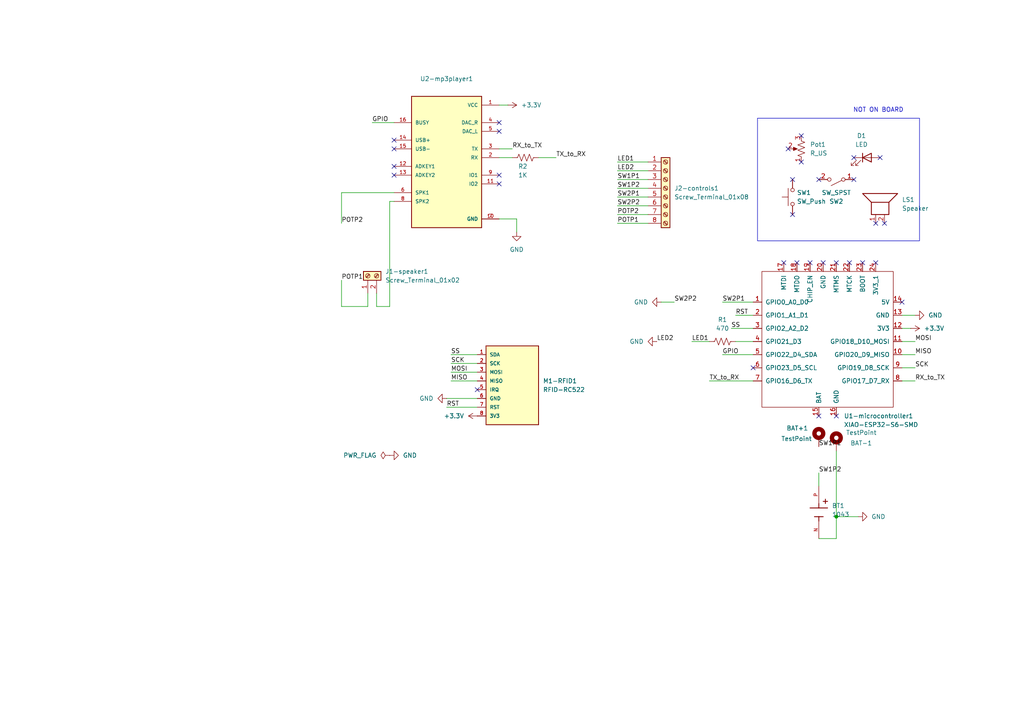
<source format=kicad_sch>
(kicad_sch (version 20231120) (generator "eeschema") (generator_version "8.0")
  (paper "A4")
  (lib_symbols
    (symbol "1043:1043" (pin_names (offset 1.016))
      (property "Reference" "BT" (at -3.81 3.81 0))
      (property "Value" "1043" (at -3.81 -5.08 0))
      (symbol "1043_0_0"
        (polyline (pts (xy -3.81 1.905) (xy -2.54 1.905)) (stroke (width 0.254)))
        (polyline (pts (xy -3.175 2.54) (xy -3.175 1.27)) (stroke (width 0.254)))
        (polyline (pts (xy -1.27 0) (xy -2.54 0)) (stroke (width 0.254)))
        (polyline (pts (xy -1.27 0) (xy -1.27 -2.54)) (stroke (width 0.254)))
        (polyline (pts (xy -1.27 2.54) (xy -1.27 0)) (stroke (width 0.254)))
        (polyline (pts (xy 1.27 0) (xy 1.27 -1.27)) (stroke (width 0.254)))
        (polyline (pts (xy 1.27 0) (xy 2.54 0)) (stroke (width 0.254)))
        (polyline (pts (xy 1.27 1.27) (xy 1.27 0)) (stroke (width 0.254)))
        (pin passive line (at 7.62 0 180) (length 5.08) (name "~") (number "N"))
        (pin passive line (at -7.62 0 0) (length 5.08) (name "~") (number "P"))
      )
    )
    (symbol "Connector:Screw_Terminal_01x02" (pin_names (offset 1.016) hide)
      (property "Reference" "J" (at 0 2.54 0))
      (property "Value" "Screw_Terminal_01x02" (at 0 -5.08 0))
      (symbol "Screw_Terminal_01x02_1_1"
        (rectangle (start -1.27 1.27) (end 1.27 -3.81) (stroke (width 0.254)) (fill (type background)))
        (circle (center 0 -2.54) (radius 0.635) (stroke (width 0.1524)))
        (polyline (pts (xy -0.5334 -2.2098) (xy 0.3302 -3.048)) (stroke (width 0.1524)))
        (polyline (pts (xy -0.5334 0.3302) (xy 0.3302 -0.508)) (stroke (width 0.1524)))
        (polyline (pts (xy -0.3556 -2.032) (xy 0.508 -2.8702)) (stroke (width 0.1524)))
        (polyline (pts (xy -0.3556 0.508) (xy 0.508 -0.3302)) (stroke (width 0.1524)))
        (circle (center 0 0) (radius 0.635) (stroke (width 0.1524)))
        (pin passive line (at -5.08 0 0) (length 3.81) (name "Pin_1") (number "1"))
        (pin passive line (at -5.08 -2.54 0) (length 3.81) (name "Pin_2") (number "2"))
      )
    )
    (symbol "Connector:Screw_Terminal_01x08" (pin_names (offset 1.016) hide)
      (property "Reference" "J" (at 0 10.16 0))
      (property "Value" "Screw_Terminal_01x08" (at 0 -12.7 0))
      (symbol "Screw_Terminal_01x08_1_1"
        (rectangle (start -1.27 8.89) (end 1.27 -11.43) (stroke (width 0.254)) (fill (type background)))
        (circle (center 0 -10.16) (radius 0.635) (stroke (width 0.1524)))
        (circle (center 0 -7.62) (radius 0.635) (stroke (width 0.1524)))
        (circle (center 0 -5.08) (radius 0.635) (stroke (width 0.1524)))
        (circle (center 0 -2.54) (radius 0.635) (stroke (width 0.1524)))
        (polyline (pts (xy -0.5334 -9.8298) (xy 0.3302 -10.668)) (stroke (width 0.1524)))
        (polyline (pts (xy -0.5334 -7.2898) (xy 0.3302 -8.128)) (stroke (width 0.1524)))
        (polyline (pts (xy -0.5334 -4.7498) (xy 0.3302 -5.588)) (stroke (width 0.1524)))
        (polyline (pts (xy -0.5334 -2.2098) (xy 0.3302 -3.048)) (stroke (width 0.1524)))
        (polyline (pts (xy -0.5334 0.3302) (xy 0.3302 -0.508)) (stroke (width 0.1524)))
        (polyline (pts (xy -0.5334 2.8702) (xy 0.3302 2.032)) (stroke (width 0.1524)))
        (polyline (pts (xy -0.5334 5.4102) (xy 0.3302 4.572)) (stroke (width 0.1524)))
        (polyline (pts (xy -0.5334 7.9502) (xy 0.3302 7.112)) (stroke (width 0.1524)))
        (polyline (pts (xy -0.3556 -9.652) (xy 0.508 -10.4902)) (stroke (width 0.1524)))
        (polyline (pts (xy -0.3556 -7.112) (xy 0.508 -7.9502)) (stroke (width 0.1524)))
        (polyline (pts (xy -0.3556 -4.572) (xy 0.508 -5.4102)) (stroke (width 0.1524)))
        (polyline (pts (xy -0.3556 -2.032) (xy 0.508 -2.8702)) (stroke (width 0.1524)))
        (polyline (pts (xy -0.3556 0.508) (xy 0.508 -0.3302)) (stroke (width 0.1524)))
        (polyline (pts (xy -0.3556 3.048) (xy 0.508 2.2098)) (stroke (width 0.1524)))
        (polyline (pts (xy -0.3556 5.588) (xy 0.508 4.7498)) (stroke (width 0.1524)))
        (polyline (pts (xy -0.3556 8.128) (xy 0.508 7.2898)) (stroke (width 0.1524)))
        (circle (center 0 0) (radius 0.635) (stroke (width 0.1524)))
        (circle (center 0 2.54) (radius 0.635) (stroke (width 0.1524)))
        (circle (center 0 5.08) (radius 0.635) (stroke (width 0.1524)))
        (circle (center 0 7.62) (radius 0.635) (stroke (width 0.1524)))
        (pin passive line (at -5.08 7.62 0) (length 3.81) (name "Pin_1") (number "1"))
        (pin passive line (at -5.08 5.08 0) (length 3.81) (name "Pin_2") (number "2"))
        (pin passive line (at -5.08 2.54 0) (length 3.81) (name "Pin_3") (number "3"))
        (pin passive line (at -5.08 0 0) (length 3.81) (name "Pin_4") (number "4"))
        (pin passive line (at -5.08 -2.54 0) (length 3.81) (name "Pin_5") (number "5"))
        (pin passive line (at -5.08 -5.08 0) (length 3.81) (name "Pin_6") (number "6"))
        (pin passive line (at -5.08 -7.62 0) (length 3.81) (name "Pin_7") (number "7"))
        (pin passive line (at -5.08 -10.16 0) (length 3.81) (name "Pin_8") (number "8"))
      )
    )
    (symbol "DFR0299:DFR0299" (pin_names (offset 1.016))
      (property "Reference" "U" (at -10.16 18.542 0))
      (property "Value" "DFR0299" (at -10.16 -22.86 0))
      (symbol "DFR0299_0_0"
        (rectangle (start -10.16 -20.32) (end 10.16 17.78) (stroke (width 0.254)) (fill (type background)))
        (pin power_in line (at 15.24 15.24 180) (length 5.08) (name "VCC") (number "1"))
        (pin power_in line (at 15.24 -17.78 180) (length 5.08) (name "GND") (number "10"))
        (pin bidirectional line (at 15.24 -7.62 180) (length 5.08) (name "IO2") (number "11"))
        (pin input line (at -15.24 -2.54 0) (length 5.08) (name "ADKEY1") (number "12"))
        (pin input line (at -15.24 -5.08 0) (length 5.08) (name "ADKEY2") (number "13"))
        (pin input line (at -15.24 5.08 0) (length 5.08) (name "USB+") (number "14"))
        (pin input line (at -15.24 2.54 0) (length 5.08) (name "USB-") (number "15"))
        (pin input line (at -15.24 10.16 0) (length 5.08) (name "BUSY") (number "16"))
        (pin input line (at 15.24 0 180) (length 5.08) (name "RX") (number "2"))
        (pin output line (at 15.24 2.54 180) (length 5.08) (name "TX") (number "3"))
        (pin output line (at 15.24 10.16 180) (length 5.08) (name "DAC_R") (number "4"))
        (pin output line (at 15.24 7.62 180) (length 5.08) (name "DAC_L") (number "5"))
        (pin passive line (at -15.24 -10.16 0) (length 5.08) (name "SPK1") (number "6"))
        (pin power_in line (at 15.24 -17.78 180) (length 5.08) (name "GND") (number "7"))
        (pin passive line (at -15.24 -12.7 0) (length 5.08) (name "SPK2") (number "8"))
        (pin bidirectional line (at 15.24 -5.08 180) (length 5.08) (name "IO1") (number "9"))
      )
    )
    (symbol "Device:LED" (pin_numbers hide) (pin_names (offset 1.016) hide)
      (property "Reference" "D" (at 0 2.54 0))
      (property "Value" "LED" (at 0 -2.54 0))
      (symbol "LED_0_1"
        (polyline (pts (xy -1.27 -1.27) (xy -1.27 1.27)) (stroke (width 0.254)))
        (polyline (pts (xy -1.27 0) (xy 1.27 0)))
        (polyline (pts (xy 1.27 -1.27) (xy 1.27 1.27) (xy -1.27 0) (xy 1.27 -1.27)) (stroke (width 0.254)))
        (polyline (pts (xy -3.048 -0.762) (xy -4.572 -2.286) (xy -3.81 -2.286) (xy -4.572 -2.286) (xy -4.572 -1.524)))
        (polyline (pts (xy -1.778 -0.762) (xy -3.302 -2.286) (xy -2.54 -2.286) (xy -3.302 -2.286) (xy -3.302 -1.524)))
      )
      (symbol "LED_1_1"
        (pin passive line (at -3.81 0 0) (length 2.54) (name "K") (number "1"))
        (pin passive line (at 3.81 0 180) (length 2.54) (name "A") (number "2"))
      )
    )
    (symbol "Device:R_Potentiometer_US" (pin_names (offset 1.016) hide)
      (property "Reference" "RV" (at -4.445 0 90))
      (property "Value" "R_Potentiometer_US" (at -2.54 0 90))
      (symbol "R_Potentiometer_US_0_1"
        (polyline (pts (xy 0 -2.286) (xy 0 -2.54)))
        (polyline (pts (xy 0 2.54) (xy 0 2.286)))
        (polyline (pts (xy 2.54 0) (xy 1.524 0)))
        (polyline (pts (xy 1.143 0) (xy 2.286 0.508) (xy 2.286 -0.508) (xy 1.143 0)) (fill (type outline)))
        (polyline (pts (xy 0 -0.762) (xy 1.016 -1.143) (xy 0 -1.524) (xy -1.016 -1.905) (xy 0 -2.286)))
        (polyline (pts (xy 0 0.762) (xy 1.016 0.381) (xy 0 0) (xy -1.016 -0.381) (xy 0 -0.762)))
        (polyline (pts (xy 0 2.286) (xy 1.016 1.905) (xy 0 1.524) (xy -1.016 1.143) (xy 0 0.762)))
      )
      (symbol "R_Potentiometer_US_1_1"
        (pin passive line (at 0 3.81 270) (length 1.27) (name "1") (number "1"))
        (pin passive line (at 3.81 0 180) (length 1.27) (name "2") (number "2"))
        (pin passive line (at 0 -3.81 90) (length 1.27) (name "3") (number "3"))
      )
    )
    (symbol "Device:R_US" (pin_numbers hide) (pin_names (offset 0))
      (property "Reference" "R" (at 2.54 0 90))
      (property "Value" "R_US" (at -2.54 0 90))
      (symbol "R_US_0_1"
        (polyline (pts (xy 0 -2.286) (xy 0 -2.54)))
        (polyline (pts (xy 0 2.286) (xy 0 2.54)))
        (polyline (pts (xy 0 -0.762) (xy 1.016 -1.143) (xy 0 -1.524) (xy -1.016 -1.905) (xy 0 -2.286)))
        (polyline (pts (xy 0 0.762) (xy 1.016 0.381) (xy 0 0) (xy -1.016 -0.381) (xy 0 -0.762)))
        (polyline (pts (xy 0 2.286) (xy 1.016 1.905) (xy 0 1.524) (xy -1.016 1.143) (xy 0 0.762)))
      )
      (symbol "R_US_1_1"
        (pin passive line (at 0 3.81 270) (length 1.27) (name "~") (number "1"))
        (pin passive line (at 0 -3.81 90) (length 1.27) (name "~") (number "2"))
      )
    )
    (symbol "Device:Speaker" (pin_names (offset 0) hide)
      (property "Reference" "LS" (at 1.27 5.715 0))
      (property "Value" "Speaker" (at 1.27 3.81 0))
      (symbol "Speaker_0_0"
        (rectangle (start -2.54 1.27) (end 1.016 -3.81) (stroke (width 0.254)))
        (polyline (pts (xy 1.016 1.27) (xy 3.556 3.81) (xy 3.556 -6.35) (xy 1.016 -3.81)) (stroke (width 0.254)))
      )
      (symbol "Speaker_1_1"
        (pin input line (at -5.08 0 0) (length 2.54) (name "1") (number "1"))
        (pin input line (at -5.08 -2.54 0) (length 2.54) (name "2") (number "2"))
      )
    )
    (symbol "Mechanical:MountingHole_Pad" (pin_numbers hide) (pin_names (offset 1.016) hide) (exclude_from_sim yes) (in_bom no)
      (property "Reference" "H" (at 0 6.35 0))
      (property "Value" "MountingHole_Pad" (at 0 4.445 0))
      (symbol "MountingHole_Pad_0_1"
        (circle (center 0 1.27) (radius 1.27) (stroke (width 1.27)))
      )
      (symbol "MountingHole_Pad_1_1"
        (pin input line (at 0 -2.54 90) (length 2.54) (name "1") (number "1"))
      )
    )
    (symbol "RFID-RC522:RFID-RC522" (pin_names (offset 1.016))
      (property "Reference" "M1-RFID1" (at 8.89 0.0001 0))
      (property "Value" "RFID-RC522" (at 8.89 -2.5399 0))
      (symbol "RFID-RC522_0_0"
        (rectangle (start -7.62 -12.7) (end 7.62 10.16) (stroke (width 0.254)) (fill (type background)))
        (pin bidirectional line (at -10.16 7.62 0) (length 2.54) (name "SDA") (number "1"))
        (pin bidirectional line (at -10.16 5.08 0) (length 2.54) (name "SCK") (number "2"))
        (pin bidirectional line (at -10.16 2.54 0) (length 2.54) (name "MOSI") (number "3"))
        (pin bidirectional line (at -10.16 0 0) (length 2.54) (name "MISO") (number "4"))
        (pin bidirectional line (at -10.16 -2.54 0) (length 2.54) (name "IRQ") (number "5"))
        (pin power_in line (at -10.16 -5.08 0) (length 2.54) (name "GND") (number "6"))
        (pin bidirectional line (at -10.16 -7.62 0) (length 2.54) (name "RST") (number "7"))
        (pin power_in line (at -10.16 -10.16 0) (length 2.54) (name "3V3") (number "8"))
      )
    )
    (symbol "Seeed_Studio_XIAO_Series:XIAO-ESP32-C6-SMD" (pin_names (offset 1.016))
      (property "Reference" "U1-microcontroller1" (at 4.7341 -21.59 0))
      (property "Value" "XIAO-ESP32-S6-SMD" (at 4.7341 -24.13 0))
      (symbol "XIAO-ESP32-C6-SMD_0_1"
        (rectangle (start 19.05 -19.05) (end -19.05 20.32))
      )
      (symbol "XIAO-ESP32-C6-SMD_1_1"
        (pin passive line (at -21.59 11.43 0) (length 2.54) (name "GPIO0_A0_D0") (number "1"))
        (pin passive line (at 21.59 -3.81 180) (length 2.54) (name "GPIO20_D9_MISO") (number "10"))
        (pin passive line (at 21.59 0 180) (length 2.54) (name "GPIO18_D10_MOSI") (number "11"))
        (pin power_out line (at 21.59 3.81 180) (length 2.54) (name "3V3") (number "12"))
        (pin power_in line (at 21.59 7.62 180) (length 2.54) (name "GND") (number "13"))
        (pin power_out line (at 21.59 11.43 180) (length 2.54) (name "5V") (number "14"))
        (pin passive line (at -2.54 -21.59 90) (length 2.54) (name "BAT") (number "15"))
        (pin power_in line (at 2.54 -21.59 90) (length 2.54) (name "GND") (number "16"))
        (pin passive line (at -12.7 22.86 270) (length 2.54) (name "MTDI") (number "17"))
        (pin passive line (at -8.89 22.86 270) (length 2.54) (name "MTDO") (number "18"))
        (pin passive line (at -5.08 22.86 270) (length 2.54) (name "CHIP_EN") (number "19"))
        (pin passive line (at -21.59 7.62 0) (length 2.54) (name "GPIO1_A1_D1") (number "2"))
        (pin power_in line (at -1.27 22.86 270) (length 2.54) (name "GND") (number "20"))
        (pin passive line (at 2.54 22.86 270) (length 2.54) (name "MTMS") (number "21"))
        (pin passive line (at 6.35 22.86 270) (length 2.54) (name "MTCK") (number "22"))
        (pin passive line (at 10.16 22.86 270) (length 2.54) (name "BOOT") (number "23"))
        (pin passive line (at 13.97 22.86 270) (length 2.54) (name "3V3_1") (number "24"))
        (pin passive line (at -21.59 3.81 0) (length 2.54) (name "GPIO2_A2_D2") (number "3"))
        (pin passive line (at -21.59 0 0) (length 2.54) (name "GPIO21_D3") (number "4"))
        (pin passive line (at -21.59 -3.81 0) (length 2.54) (name "GPIO22_D4_SDA") (number "5"))
        (pin passive line (at -21.59 -7.62 0) (length 2.54) (name "GPIO23_D5_SCL") (number "6"))
        (pin passive line (at -21.59 -11.43 0) (length 2.54) (name "GPIO16_D6_TX") (number "7"))
        (pin passive line (at 21.59 -11.43 180) (length 2.54) (name "GPIO17_D7_RX") (number "8"))
        (pin passive line (at 21.59 -7.62 180) (length 2.54) (name "GPIO19_D8_SCK") (number "9"))
      )
    )
    (symbol "Switch:SW_Push" (pin_numbers hide) (pin_names (offset 1.016) hide)
      (property "Reference" "SW" (at 1.27 2.54 0))
      (property "Value" "SW_Push" (at 0 -1.524 0))
      (symbol "SW_Push_0_1"
        (circle (center -2.032 0) (radius 0.508))
        (polyline (pts (xy 0 1.27) (xy 0 3.048)))
        (polyline (pts (xy 2.54 1.27) (xy -2.54 1.27)))
        (circle (center 2.032 0) (radius 0.508))
        (pin passive line (at -5.08 0 0) (length 2.54) (name "1") (number "1"))
        (pin passive line (at 5.08 0 180) (length 2.54) (name "2") (number "2"))
      )
    )
    (symbol "Switch:SW_SPST" (pin_names (offset 0) hide)
      (property "Reference" "SW" (at 0 3.175 0))
      (property "Value" "SW_SPST" (at 0 -2.54 0))
      (symbol "SW_SPST_0_0"
        (circle (center -2.032 0) (radius 0.508))
        (polyline (pts (xy -1.524 0.254) (xy 1.524 1.778)))
        (circle (center 2.032 0) (radius 0.508))
      )
      (symbol "SW_SPST_1_1"
        (pin passive line (at -5.08 0 0) (length 2.54) (name "A") (number "1"))
        (pin passive line (at 5.08 0 180) (length 2.54) (name "B") (number "2"))
      )
    )
    (symbol "power:+3.3V" (power) (pin_numbers hide) (pin_names (offset 0) hide)
      (property "Value" "+3.3V" (at 0 3.556 0))
      (symbol "+3.3V_0_1"
        (polyline (pts (xy -0.762 1.27) (xy 0 2.54)))
        (polyline (pts (xy 0 0) (xy 0 2.54)))
        (polyline (pts (xy 0 2.54) (xy 0.762 1.27)))
      )
      (symbol "+3.3V_1_1"
        (pin power_in line (at 0 0 90) (length 0) (name "~") (number "1"))
      )
    )
    (symbol "power:GND" (power) (pin_numbers hide) (pin_names (offset 0) hide)
      (property "Value" "GND" (at 0 -3.81 0))
      (symbol "GND_0_1"
        (polyline (pts (xy 0 0) (xy 0 -1.27) (xy 1.27 -1.27) (xy 0 -2.54) (xy -1.27 -1.27) (xy 0 -1.27)))
      )
      (symbol "GND_1_1"
        (pin power_in line (at 0 0 270) (length 0) (name "~") (number "1"))
      )
    )
    (symbol "power:PWR_FLAG" (power) (pin_numbers hide) (pin_names (offset 0) hide)
      (property "Value" "PWR_FLAG" (at 0 3.81 0))
      (symbol "PWR_FLAG_0_0"
        (pin power_out line (at 0 0 90) (length 0) (name "~") (number "1"))
      )
      (symbol "PWR_FLAG_0_1"
        (polyline (pts (xy 0 0) (xy 0 1.27) (xy -1.016 1.905) (xy 0 2.54) (xy 1.016 1.905) (xy 0 1.27)))
      )
    )
  )
  (junction (at 242.57 149.86))
  (no_connect (at 218.44 106.68))
  (no_connect (at 247.65 52.07))
  (no_connect (at 247.65 45.72))
  (no_connect (at 255.27 45.72))
  (no_connect (at 114.3 50.8))
  (no_connect (at 228.6 43.18))
  (no_connect (at 231.14 76.2))
  (no_connect (at 114.3 43.18))
  (no_connect (at 144.78 53.34))
  (no_connect (at 229.87 62.23))
  (no_connect (at 242.57 120.65))
  (no_connect (at 144.78 38.1))
  (no_connect (at 144.78 35.56))
  (no_connect (at 138.43 113.03))
  (no_connect (at 238.76 76.2))
  (no_connect (at 250.19 76.2))
  (no_connect (at 237.49 52.07))
  (no_connect (at 256.54 64.77))
  (no_connect (at 242.57 76.2))
  (no_connect (at 254 64.77))
  (no_connect (at 246.38 76.2))
  (no_connect (at 114.3 40.64))
  (no_connect (at 234.95 76.2))
  (no_connect (at 227.33 76.2))
  (no_connect (at 237.49 120.65))
  (no_connect (at 114.3 48.26))
  (no_connect (at 229.87 52.07))
  (no_connect (at 232.41 46.99))
  (no_connect (at 254 76.2))
  (no_connect (at 144.78 50.8))
  (no_connect (at 232.41 39.37))
  (no_connect (at 261.62 87.63))
  (wire (pts (xy 130.81 107.95) (xy 138.43 107.95)))
  (wire (pts (xy 113.03 58.42) (xy 113.03 88.9)))
  (wire (pts (xy 107.95 35.56) (xy 114.3 35.56)))
  (wire (pts (xy 144.78 63.5) (xy 149.86 63.5)))
  (wire (pts (xy 261.62 102.87) (xy 265.43 102.87)))
  (wire (pts (xy 179.07 59.69) (xy 187.96 59.69)))
  (wire (pts (xy 130.81 110.49) (xy 138.43 110.49)))
  (wire (pts (xy 248.92 149.86) (xy 242.57 149.86)))
  (wire (pts (xy 130.81 102.87) (xy 138.43 102.87)))
  (wire (pts (xy 130.81 105.41) (xy 138.43 105.41)))
  (wire (pts (xy 99.06 55.88) (xy 99.06 64.77)))
  (wire (pts (xy 179.07 52.07) (xy 187.96 52.07)))
  (wire (pts (xy 106.68 85.09) (xy 106.68 88.9)))
  (wire (pts (xy 109.22 88.9) (xy 113.03 88.9)))
  (wire (pts (xy 179.07 49.53) (xy 187.96 49.53)))
  (wire (pts (xy 213.36 99.06) (xy 218.44 99.06)))
  (wire (pts (xy 179.07 54.61) (xy 187.96 54.61)))
  (wire (pts (xy 144.78 45.72) (xy 148.59 45.72)))
  (wire (pts (xy 149.86 63.5) (xy 149.86 67.31)))
  (wire (pts (xy 261.62 106.68) (xy 265.43 106.68)))
  (wire (pts (xy 237.49 156.21) (xy 242.57 156.21)))
  (wire (pts (xy 179.07 64.77) (xy 187.96 64.77)))
  (wire (pts (xy 242.57 149.86) (xy 242.57 156.21)))
  (wire (pts (xy 209.55 102.87) (xy 218.44 102.87)))
  (wire (pts (xy 147.32 30.48) (xy 144.78 30.48)))
  (wire (pts (xy 156.21 45.72) (xy 161.29 45.72)))
  (wire (pts (xy 113.03 58.42) (xy 114.3 58.42)))
  (wire (pts (xy 213.36 91.44) (xy 218.44 91.44)))
  (wire (pts (xy 129.54 115.57) (xy 138.43 115.57)))
  (wire (pts (xy 114.3 55.88) (xy 99.06 55.88)))
  (wire (pts (xy 179.07 62.23) (xy 187.96 62.23)))
  (wire (pts (xy 99.06 88.9) (xy 106.68 88.9)))
  (wire (pts (xy 261.62 91.44) (xy 265.43 91.44)))
  (wire (pts (xy 179.07 57.15) (xy 187.96 57.15)))
  (wire (pts (xy 209.55 87.63) (xy 218.44 87.63)))
  (wire (pts (xy 261.62 110.49) (xy 265.43 110.49)))
  (wire (pts (xy 144.78 43.18) (xy 148.59 43.18)))
  (wire (pts (xy 129.54 118.11) (xy 138.43 118.11)))
  (wire (pts (xy 212.09 95.25) (xy 218.44 95.25)))
  (wire (pts (xy 261.62 99.06) (xy 265.43 99.06)))
  (wire (pts (xy 264.16 95.25) (xy 261.62 95.25)))
  (wire (pts (xy 200.66 99.06) (xy 205.74 99.06)))
  (wire (pts (xy 242.57 130.81) (xy 242.57 149.86)))
  (wire (pts (xy 99.06 81.28) (xy 99.06 88.9)))
  (wire (pts (xy 109.22 85.09) (xy 109.22 88.9)))
  (wire (pts (xy 205.74 110.49) (xy 218.44 110.49)))
  (wire (pts (xy 179.07 46.99) (xy 187.96 46.99)))
  (wire (pts (xy 191.77 87.63) (xy 195.58 87.63)))
  (wire (pts (xy 237.49 137.16) (xy 237.49 140.97)))
  (rectangle (start 219.71 34.29) (end 266.7 69.85))
  (text "NOT ON BOARD\n" (at 254.762 32.004 0) (effects (font (size 1.27 1.27))))
  (label "SCK" (at 265.43 106.68 0))
  (label "SS" (at 212.09 95.25 0))
  (label "GPIO" (at 209.55 102.87 0))
  (label "MISO" (at 265.43 102.87 0))
  (label "SW2P1" (at 179.07 57.15 0))
  (label "SW2P2" (at 179.07 59.69 0))
  (label "RST" (at 129.54 118.11 0))
  (label "RST" (at 213.36 91.44 0))
  (label "SW2P1" (at 209.55 87.63 0))
  (label "TX_to_RX" (at 205.74 110.49 0))
  (label "POTP2" (at 99.06 64.77 0))
  (label "MOSI" (at 130.81 107.95 0))
  (label "RX_to_TX" (at 265.43 110.49 0))
  (label "SW1P2" (at 179.07 54.61 0))
  (label "LED1" (at 179.07 46.99 0))
  (label "LED2" (at 190.5 99.06 0))
  (label "POTP2" (at 179.07 62.23 0))
  (label "LED1" (at 200.66 99.06 0))
  (label "MOSI" (at 265.43 99.06 0))
  (label "RX_to_TX" (at 148.59 43.18 0))
  (label "LED2" (at 179.07 49.53 0))
  (label "POTP1" (at 99.06 81.28 0))
  (label "SCK" (at 130.81 105.41 0))
  (label "GPIO" (at 107.95 35.56 0))
  (label "SW1P1" (at 179.07 52.07 0))
  (label "SS" (at 130.81 102.87 0))
  (label "SW2P2" (at 195.58 87.63 0))
  (label "MISO" (at 130.81 110.49 0))
  (label "SW1P2" (at 237.49 137.16 0))
  (label "POTP1" (at 179.07 64.77 0))
  (label "SW1P1" (at 237.49 129.54 0))
  (label "TX_to_RX" (at 161.29 45.72 0))
  (symbol (lib_id "power:GND") (at 113.03 132.08 90) (unit 1)
    (property "Reference" "#PWR09" (effects (hide yes)))
    (property "Value" "GND" (at 116.84 132.0799 90) (effects (justify right)))
    (property "Description" "Power symbol creates a global label with name \"GND\" , ground" (effects (hide yes)))
  )
  (symbol (lib_id "Device:Speaker") (at 254 59.69 90) (unit 1) (on_board no)
    (property "Reference" "LS1" (at 261.62 57.9119 90) (effects (justify right)))
    (property "Value" "Speaker" (at 261.62 60.4519 90) (effects (justify right)))
    (property "Description" "Speaker" (effects (hide yes)))
  )
  (symbol (lib_id "power:GND") (at 190.5 99.06 270) (unit 1)
    (property "Reference" "#PWR06" (effects (hide yes)))
    (property "Value" "GND" (at 186.69 99.0599 90) (effects (justify right)))
    (property "Description" "Power symbol creates a global label with name \"GND\" , ground" (effects (hide yes)))
  )
  (symbol (lib_id "Switch:SW_SPST") (at 242.57 52.07 180) (unit 1) (on_board no)
    (property "Reference" "SW2" (at 242.57 58.42 0))
    (property "Value" "SW_SPST" (at 242.57 55.88 0))
    (property "Footprint" "MINI-SPDT-SW:SW_MINI-SPDT-SW" (effects (hide yes)))
    (property "Description" "Single Pole Single Throw (SPST) switch" (effects (hide yes)))
  )
  (symbol (lib_id "power:PWR_FLAG") (at 113.03 132.08 90) (unit 1)
    (property "Reference" "#FLG01" (effects (hide yes)))
    (property "Value" "PWR_FLAG" (at 109.22 132.0799 90) (effects (justify left)))
    (property "Description" "Special symbol for telling ERC where power comes from" (effects (hide yes)))
  )
  (symbol (lib_id "power:GND") (at 129.54 115.57 270) (unit 1)
    (property "Reference" "#PWR02" (effects (hide yes)))
    (property "Value" "GND" (at 125.73 115.5699 90) (effects (justify right)))
    (property "Description" "Power symbol creates a global label with name \"GND\" , ground" (effects (hide yes)))
  )
  (symbol (lib_id "RFID-RC522:RFID-RC522") (at 148.59 110.49 0) (unit 1)
    (property "Reference" "M1-RFID1" (at 157.48 110.4899 0) (effects (justify left)))
    (property "Value" "RFID-RC522" (at 157.48 113.0299 0) (effects (justify left)))
    (property "Footprint" "RFID-RC522:RFID-RC522" (effects (hide yes)))
    (property "MF" "Handson Technology" (effects (hide yes)))
    (property "Description_1" "\n                        \n                            Development kit in an integrated reader/writer IC MFRC522 for contactless communication at 13.56 MHz.\n                        \n" (effects (hide yes)))
    (property "MPN" "RFID-RC522" (effects (hide yes)))
    (property "Price" "None" (effects (hide yes)))
    (property "Package" "Package" (effects (hide yes)))
    (property "Check_prices" "https://www.snapeda.com/parts/RFID-RC522/Handson+Technology/view-part/?ref=eda" (effects (hide yes)))
    (property "SnapEDA_Link" "https://www.snapeda.com/parts/RFID-RC522/Handson+Technology/view-part/?ref=snap" (effects (hide yes)))
    (property "MP" "RFID-RC522" (effects (hide yes)))
    (property "Availability" "Not in stock" (effects (hide yes)))
    (property "DESC" "MFRC522 RFID Module" (effects (hide yes)))
  )
  (symbol (lib_id "Switch:SW_Push") (at 229.87 57.15 90) (unit 1) (on_board no)
    (property "Reference" "SW1" (at 231.14 55.8799 90) (effects (justify right)))
    (property "Value" "SW_Push" (at 231.14 58.4199 90) (effects (justify right)))
    (property "Footprint" "Button_Switch_SMD:SW_Push_1P1T-SH_NO_CK_KMR2xxG" (effects (hide yes)))
    (property "Description" "Push button switch, generic, two pins" (effects (hide yes)))
  )
  (symbol (lib_id "Device:LED") (at 251.46 45.72 0) (unit 1) (on_board no)
    (property "Reference" "D1" (at 249.8725 39.37 0))
    (property "Value" "LED" (at 249.8725 41.91 0))
    (property "Footprint" "LED_SMD:LED_1206_3216Metric" (effects (hide yes)))
    (property "Description" "Light emitting diode" (effects (hide yes)))
  )
  (symbol (lib_id "Mechanical:MountingHole_Pad") (at 237.49 127 0) (unit 1) (exclude_from_sim yes) (in_bom no)
    (property "Reference" "BAT+1" (at 228.092 124.206 0) (effects (justify left)))
    (property "Value" "TestPoint" (at 226.568 127.254 0) (effects (justify left)))
    (property "Footprint" "TestPoint:TestPoint_THTPad_D2.0mm_Drill1.0mm" (effects (hide yes)))
    (property "Description" "Mounting Hole with connection" (effects (hide yes)))
  )
  (symbol (lib_id "power:GND") (at 149.86 67.31 0) (unit 1)
    (property "Reference" "#PWR04" (effects (hide yes)))
    (property "Value" "GND" (at 149.86 72.39 0))
    (property "Description" "Power symbol creates a global label with name \"GND\" , ground" (effects (hide yes)))
  )
  (symbol (lib_id "Seeed_Studio_XIAO_Series:XIAO-ESP32-C6-SMD") (at 240.03 99.06 0) (unit 1)
    (property "Reference" "U1-microcontroller1" (at 244.7641 120.65 0) (effects (justify left)))
    (property "Value" "XIAO-ESP32-S6-SMD" (at 244.7641 123.19 0) (effects (justify left)))
    (property "Footprint" "ESP32C6-DIP:XIAO-ESP32C6-DIP" (effects (hide yes)))
  )
  (symbol (lib_id "1043:1043") (at 237.49 148.59 270) (unit 1)
    (property "Reference" "BT1" (at 241.3 146.6849 90) (effects (justify left)))
    (property "Value" "1043" (at 241.3 149.2249 90) (effects (justify left)))
    (property "Footprint" "BAT_1043:BAT_1043" (effects (hide yes)))
    (property "MF" "Keystone Electronics" (effects (hide yes)))
    (property "MAXIMUM_PACKAGE_HEIGHT" "14.86mm" (effects (hide yes)))
    (property "Package" "NON STANDARD-5 Keystone" (effects (hide yes)))
    (property "Price" "None" (effects (hide yes)))
    (property "Check_prices" "https://www.snapeda.com/parts/1043/Keystone/view-part/?ref=eda" (effects (hide yes)))
    (property "STANDARD" "Manufacturer Recommendations" (effects (hide yes)))
    (property "PARTREV" "J" (effects (hide yes)))
    (property "SnapEDA_Link" "https://www.snapeda.com/parts/1043/Keystone/view-part/?ref=snap" (effects (hide yes)))
    (property "MP" "1043" (effects (hide yes)))
    (property "Description_1" "\n                        \n                            THM Holder for 18650 Battery\n                        \n" (effects (hide yes)))
    (property "MANUFACTURER" "Keystone" (effects (hide yes)))
    (property "Availability" "In Stock" (effects (hide yes)))
    (property "SNAPEDA_PN" "1043" (effects (hide yes)))
  )
  (symbol (lib_id "power:+3.3V") (at 264.16 95.25 270) (unit 1)
    (property "Reference" "#PWR07" (effects (hide yes)))
    (property "Value" "+3.3V" (at 267.97 95.2499 90) (effects (justify left)))
    (property "Description" "Power symbol creates a global label with name \"+3.3V\"" (effects (hide yes)))
  )
  (symbol (lib_id "Connector:Screw_Terminal_01x08") (at 193.04 54.61 0) (unit 1)
    (property "Reference" "J2-controls1" (at 195.58 54.6099 0) (effects (justify left)))
    (property "Value" "Screw_Terminal_01x08" (at 195.58 57.1499 0) (effects (justify left)))
    (property "Footprint" "282834-8:TE_282834-8" (effects (hide yes)))
    (property "Description" "Generic screw terminal, single row, 01x08, script generated (kicad-library-utils/schlib/autogen/connector/)" (effects (hide yes)))
  )
  (symbol (lib_id "Connector:Screw_Terminal_01x02") (at 106.68 80.01 90) (unit 1)
    (property "Reference" "J1-speaker1" (at 111.76 78.7399 90) (effects (justify right)))
    (property "Value" "Screw_Terminal_01x02" (at 111.76 81.2799 90) (effects (justify right)))
    (property "Footprint" "TerminalBlock_TE-Connectivity:TerminalBlock_TE_282834-2_1x02_P2.54mm_Horizontal" (effects (hide yes)))
    (property "Description" "Generic screw terminal, single row, 01x02, script generated (kicad-library-utils/schlib/autogen/connector/)" (effects (hide yes)))
  )
  (symbol (lib_id "power:GND") (at 265.43 91.44 90) (unit 1)
    (property "Reference" "#PWR05" (effects (hide yes)))
    (property "Value" "GND" (at 269.24 91.4399 90) (effects (justify right)))
    (property "Description" "Power symbol creates a global label with name \"GND\" , ground" (effects (hide yes)))
  )
  (symbol (lib_id "Mechanical:MountingHole_Pad") (at 242.57 128.27 0) (unit 1) (exclude_from_sim yes) (in_bom no)
    (property "Reference" "BAT-1" (at 246.634 128.524 0) (effects (justify left)))
    (property "Value" "TestPoint" (at 245.364 125.476 0) (effects (justify left)))
    (property "Footprint" "TestPoint:TestPoint_THTPad_D2.0mm_Drill1.0mm" (effects (hide yes)))
    (property "Description" "Mounting Hole with connection" (effects (hide yes)))
  )
  (symbol (lib_id "Device:R_Potentiometer_US") (at 232.41 43.18 180) (unit 1) (on_board no)
    (property "Reference" "Pot1" (at 234.95 41.9099 0) (effects (justify right)))
    (property "Value" "R_US" (at 234.95 44.4499 0) (effects (justify right)))
    (property "Footprint" "Resistor_SMD:R_0201_0603Metric" (effects (hide yes)))
    (property "Description" "Potentiometer, US symbol" (effects (hide yes)))
  )
  (symbol (lib_id "power:GND") (at 248.92 149.86 90) (unit 1)
    (property "Reference" "#PWR010" (effects (hide yes)))
    (property "Value" "GND" (at 252.73 149.8599 90) (effects (justify right)))
    (property "Description" "Power symbol creates a global label with name \"GND\" , ground" (effects (hide yes)))
  )
  (symbol (lib_id "power:+3.3V") (at 147.32 30.48 270) (unit 1)
    (property "Reference" "#PWR01" (effects (hide yes)))
    (property "Value" "+3.3V" (at 151.13 30.4799 90) (effects (justify left)))
    (property "Description" "Power symbol creates a global label with name \"+3.3V\"" (effects (hide yes)))
  )
  (symbol (lib_id "power:+3.3V") (at 138.43 120.65 90) (unit 1)
    (property "Reference" "#PWR08" (effects (hide yes)))
    (property "Value" "+3.3V" (at 134.62 120.6499 90) (effects (justify left)))
    (property "Description" "Power symbol creates a global label with name \"+3.3V\"" (effects (hide yes)))
  )
  (symbol (lib_id "Device:R_US") (at 209.55 99.06 90) (unit 1)
    (property "Reference" "R1" (at 209.55 92.71 90))
    (property "Value" "470" (at 209.55 95.25 90))
    (property "Footprint" "footprints:YAG_MF25_YAG" (effects (hide yes)))
    (property "Description" "Resistor, US symbol" (effects (hide yes)))
  )
  (symbol (lib_id "power:GND") (at 191.77 87.63 270) (unit 1)
    (property "Reference" "#PWR03" (effects (hide yes)))
    (property "Value" "GND" (at 187.96 87.6299 90) (effects (justify right)))
    (property "Description" "Power symbol creates a global label with name \"GND\" , ground" (effects (hide yes)))
  )
  (symbol (lib_id "Device:R_US") (at 152.4 45.72 90) (unit 1)
    (property "Reference" "R2" (at 151.638 48.26 90))
    (property "Value" "1K" (at 151.638 50.8 90))
    (property "Footprint" "footprints:YAG_MF25_YAG" (effects (hide yes)))
    (property "Description" "Resistor, US symbol" (effects (hide yes)))
  )
  (symbol (lib_id "DFR0299:DFR0299") (at 129.54 45.72 0) (unit 1)
    (property "Reference" "U2-mp3player1" (at 129.54 22.86 0))
    (property "Value" "DFR0299" (effects (hide yes)))
    (property "Footprint" "DFR0299:MODULE_DFR0299" (effects (hide yes)))
    (property "MF" "DFRobot" (effects (hide yes)))
    (property "DESCRIPTION" "Dfplayer - a Mini Mp3 Player" (effects (hide yes)))
    (property "PACKAGE" "None" (effects (hide yes)))
    (property "PRICE" "None" (effects (hide yes)))
    (property "Package" "None" (effects (hide yes)))
    (property "Check_prices" "https://www.snapeda.com/parts/DFR0299/DFRobot/view-part/?ref=eda" (effects (hide yes)))
    (property "Price" "None" (effects (hide yes)))
    (property "SnapEDA_Link" "https://www.snapeda.com/parts/DFR0299/DFRobot/view-part/?ref=snap" (effects (hide yes)))
    (property "MP" "DFR0299" (effects (hide yes)))
    (property "Availability" "In Stock" (effects (hide yes)))
    (property "AVAILABILITY" "Unavailable" (effects (hide yes)))
    (property "Description_1" "\n                        \n                            - MP3 Player Audio Arduino Platform Evaluation Expansion Board\n                        \n" (effects (hide yes)))
  )
)
</source>
